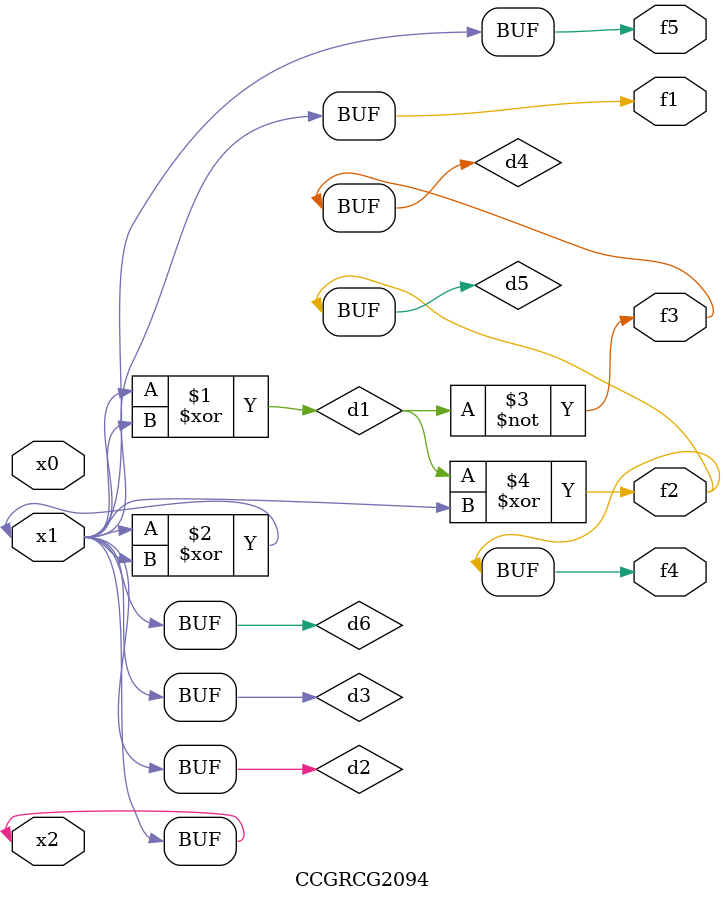
<source format=v>
module CCGRCG2094(
	input x0, x1, x2,
	output f1, f2, f3, f4, f5
);

	wire d1, d2, d3, d4, d5, d6;

	xor (d1, x1, x2);
	buf (d2, x1, x2);
	xor (d3, x1, x2);
	nor (d4, d1);
	xor (d5, d1, d2);
	buf (d6, d2, d3);
	assign f1 = d6;
	assign f2 = d5;
	assign f3 = d4;
	assign f4 = d5;
	assign f5 = d6;
endmodule

</source>
